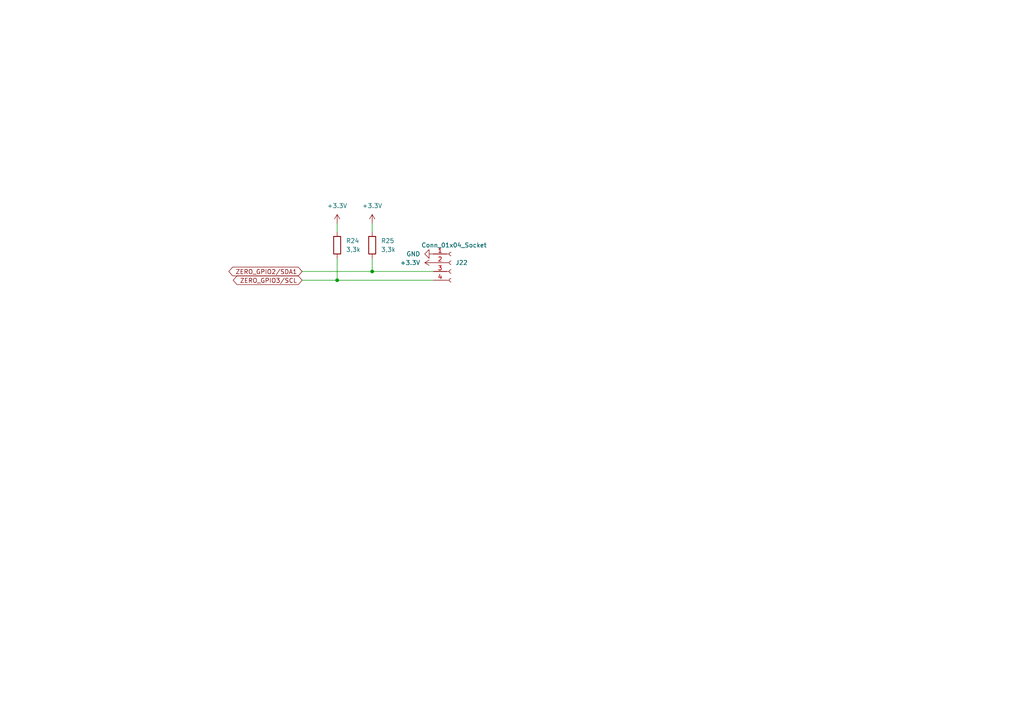
<source format=kicad_sch>
(kicad_sch (version 20250114) (generator "eeschema") (generator_version "9.0")
  (paper "A4")
  (lib_symbols
    (symbol "Connector:Conn_01x04_Socket" (pin_names (offset 1.016) (hide yes))
      (property "Reference" "J" (at 0 5.08 0))
      (property "Value" "Conn_01x04_Socket" (at 0 -7.62 0))
      (symbol "Conn_01x04_Socket_1_1"
        (polyline (pts (xy -1.27 2.54) (xy -0.508 2.54)) (stroke (width 0.1524)))
        (polyline (pts (xy -1.27 0) (xy -0.508 0)) (stroke (width 0.1524)))
        (polyline (pts (xy -1.27 -2.54) (xy -0.508 -2.54)) (stroke (width 0.1524)))
        (polyline (pts (xy -1.27 -5.08) (xy -0.508 -5.08)) (stroke (width 0.1524)))
        (arc (start 0 2.032) (mid -0.5058 2.54) (end 0 3.048) (stroke (width 0.1524)))
        (arc (start 0 -0.508) (mid -0.5058 0) (end 0 0.508) (stroke (width 0.1524)))
        (arc (start 0 -3.048) (mid -0.5058 -2.54) (end 0 -2.032) (stroke (width 0.1524)))
        (arc (start 0 -5.588) (mid -0.5058 -5.08) (end 0 -4.572) (stroke (width 0.1524)))
        (pin passive line (at -5.08 2.54 0) (length 3.81) (name "Pin_1") (number "1"))
        (pin passive line (at -5.08 0 0) (length 3.81) (name "Pin_2") (number "2"))
        (pin passive line (at -5.08 -2.54 0) (length 3.81) (name "Pin_3") (number "3"))
        (pin passive line (at -5.08 -5.08 0) (length 3.81) (name "Pin_4") (number "4"))
      )
    )
    (symbol "Device:R" (pin_numbers (hide yes)) (pin_names (offset 0))
      (property "Reference" "R" (at 2.032 0 90))
      (property "Value" "R" (at 0 0 90))
      (symbol "R_0_1"
        (rectangle (start -1.016 -2.54) (end 1.016 2.54) (stroke (width 0.254)))
      )
      (symbol "R_1_1"
        (pin passive line (at 0 3.81 270) (length 1.27) (name "~") (number "1"))
        (pin passive line (at 0 -3.81 90) (length 1.27) (name "~") (number "2"))
      )
    )
    (symbol "power:+3.3V" (power) (pin_numbers (hide yes)) (pin_names (offset 0) (hide yes))
      (property "Value" "+3.3V" (at 0 3.556 0))
      (symbol "+3.3V_0_1"
        (polyline (pts (xy -0.762 1.27) (xy 0 2.54)))
        (polyline (pts (xy 0 2.54) (xy 0.762 1.27)))
        (polyline (pts (xy 0 0) (xy 0 2.54)))
      )
      (symbol "+3.3V_1_1"
        (pin power_in line (at 0 0 90) (length 0) (name "~") (number "1"))
      )
    )
    (symbol "power:GND" (power) (pin_numbers (hide yes)) (pin_names (offset 0) (hide yes))
      (property "Value" "GND" (at 0 -3.81 0))
      (symbol "GND_0_1"
        (polyline (pts (xy 0 0) (xy 0 -1.27) (xy 1.27 -1.27) (xy 0 -2.54) (xy -1.27 -1.27) (xy 0 -1.27)))
      )
      (symbol "GND_1_1"
        (pin power_in line (at 0 0 270) (length 0) (name "~") (number "1"))
      )
    )
  )
  (junction (at 97.79 81.28))
  (junction (at 107.95 78.74))
  (wire (pts (xy 97.79 74.93) (xy 97.79 81.28)))
  (wire (pts (xy 107.95 64.77) (xy 107.95 67.31)))
  (wire (pts (xy 107.95 78.74) (xy 125.73 78.74)))
  (wire (pts (xy 87.63 78.74) (xy 107.95 78.74)))
  (wire (pts (xy 107.95 74.93) (xy 107.95 78.74)))
  (wire (pts (xy 87.63 81.28) (xy 97.79 81.28)))
  (wire (pts (xy 97.79 81.28) (xy 125.73 81.28)))
  (wire (pts (xy 97.79 64.77) (xy 97.79 67.31)))
  (global_label "ZERO_GPIO3{slash}SCL" (shape bidirectional) (at 87.63 81.28 180) (property "Intersheetrefs" "${INTERSHEET_REFS}" (effects (hide yes))))
  (global_label "ZERO_GPIO2{slash}SDA1" (shape bidirectional) (at 87.63 78.74 180) (property "Intersheetrefs" "${INTERSHEET_REFS}" (effects (hide yes))))
  (symbol (lib_id "power:+3.3V") (at 107.95 64.77 0) (unit 1)
    (property "Reference" "#PWR085" (effects (hide yes)))
    (property "Value" "+3.3V" (at 107.95 59.69 0))
    (property "Description" "Power symbol creates a global label with name \"+3.3V\"" (effects (hide yes)))
  )
  (symbol (lib_id "Device:R") (at 107.95 71.12 180) (unit 1)
    (property "Reference" "R25" (at 110.49 69.8499 0) (effects (justify right)))
    (property "Value" "3,3k" (at 110.49 72.3899 0) (effects (justify right)))
    (property "Footprint" "Resistor_SMD:R_1206_3216Metric" (effects (hide yes)))
    (property "Description" "Resistor" (effects (hide yes)))
  )
  (symbol (lib_id "power:+3.3V") (at 97.79 64.77 0) (unit 1)
    (property "Reference" "#PWR084" (effects (hide yes)))
    (property "Value" "+3.3V" (at 97.79 59.69 0))
    (property "Description" "Power symbol creates a global label with name \"+3.3V\"" (effects (hide yes)))
  )
  (symbol (lib_id "power:+3.3V") (at 125.73 76.2 90) (unit 1)
    (property "Reference" "#PWR052" (effects (hide yes)))
    (property "Value" "+3.3V" (at 121.92 76.1999 90) (effects (justify left)))
    (property "Description" "Power symbol creates a global label with name \"+3.3V\"" (effects (hide yes)))
  )
  (symbol (lib_id "Device:R") (at 97.79 71.12 180) (unit 1)
    (property "Reference" "R24" (at 100.33 69.8499 0) (effects (justify right)))
    (property "Value" "3,3k" (at 100.33 72.3899 0) (effects (justify right)))
    (property "Footprint" "Resistor_SMD:R_1206_3216Metric" (effects (hide yes)))
    (property "Description" "Resistor" (effects (hide yes)))
  )
  (symbol (lib_id "power:GND") (at 125.73 73.66 270) (unit 1)
    (property "Reference" "#PWR051" (effects (hide yes)))
    (property "Value" "GND" (at 121.92 73.6599 90) (effects (justify right)))
    (property "Description" "Power symbol creates a global label with name \"GND\" , ground" (effects (hide yes)))
  )
  (symbol (lib_id "Connector:Conn_01x04_Socket") (at 130.81 76.2 0) (unit 1)
    (property "Reference" "J22" (at 132.08 76.1999 0) (effects (justify left)))
    (property "Value" "Conn_01x04_Socket" (at 122.174 71.12 0) (effects (justify left)))
    (property "Footprint" "Connector_JST:JST_EH_B4B-EH-A_1x04_P2.50mm_Vertical" (effects (hide yes)))
    (property "Description" "Generic connector, single row, 01x04, script generated" (effects (hide yes)))
  )
)
</source>
